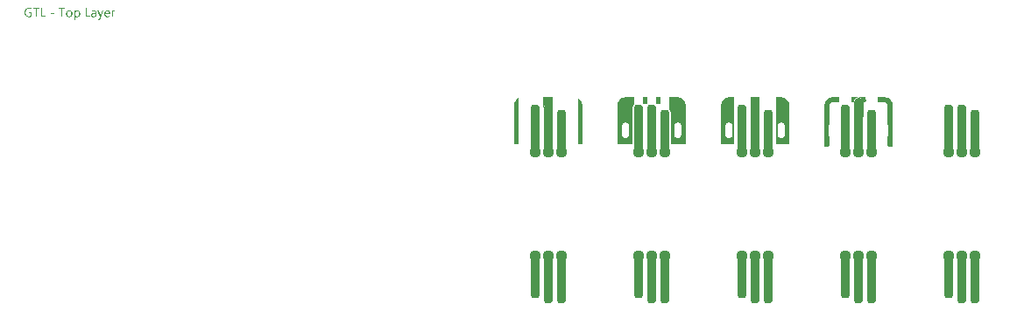
<source format=gtl>
G04*
G04 #@! TF.GenerationSoftware,Altium Limited,Altium Designer,22.2.1 (43)*
G04*
G04 Layer_Physical_Order=1*
G04 Layer_Color=255*
%FSLAX44Y44*%
%MOMM*%
G71*
G04*
G04 #@! TF.SameCoordinates,D623FA85-85CE-4992-9740-CC304F3E23A8*
G04*
G04*
G04 #@! TF.FilePolarity,Positive*
G04*
G01*
G75*
G04:AMPARAMS|DCode=13|XSize=0.9mm|YSize=4.8mm|CornerRadius=0.351mm|HoleSize=0mm|Usage=FLASHONLY|Rotation=0.000|XOffset=0mm|YOffset=0mm|HoleType=Round|Shape=RoundedRectangle|*
%AMROUNDEDRECTD13*
21,1,0.9000,4.0980,0,0,0.0*
21,1,0.1980,4.8000,0,0,0.0*
1,1,0.7020,0.0990,-2.0490*
1,1,0.7020,-0.0990,-2.0490*
1,1,0.7020,-0.0990,2.0490*
1,1,0.7020,0.0990,2.0490*
%
%ADD13ROUNDEDRECTD13*%
G04:AMPARAMS|DCode=14|XSize=0.9mm|YSize=4.3mm|CornerRadius=0.351mm|HoleSize=0mm|Usage=FLASHONLY|Rotation=0.000|XOffset=0mm|YOffset=0mm|HoleType=Round|Shape=RoundedRectangle|*
%AMROUNDEDRECTD14*
21,1,0.9000,3.5980,0,0,0.0*
21,1,0.1980,4.3000,0,0,0.0*
1,1,0.7020,0.0990,-1.7990*
1,1,0.7020,-0.0990,-1.7990*
1,1,0.7020,-0.0990,1.7990*
1,1,0.7020,0.0990,1.7990*
%
%ADD14ROUNDEDRECTD14*%
%ADD15C,1.1100*%
%ADD17C,0.9000*%
%ADD18C,0.6000*%
G36*
X505583Y195656D02*
X505552Y195198D01*
X505552Y187198D01*
X505583Y186740D01*
X505583Y177620D01*
X501314Y177620D01*
X501314Y215172D01*
X501314Y215175D01*
X501314Y215182D01*
X501314Y215188D01*
X501314Y215195D01*
X501314Y215198D01*
X501314Y215198D01*
X501352Y215982D01*
X501658Y217519D01*
X502258Y218967D01*
X503129Y220271D01*
X504237Y221379D01*
X505541Y222250D01*
X505583Y222267D01*
X505583Y195656D01*
X505583Y195656D02*
G37*
G36*
X562979Y222250D02*
X564283Y221379D01*
X565391Y220271D01*
X566262Y218967D01*
X566862Y217519D01*
X567168Y215982D01*
X567206Y215198D01*
X567206Y215195D01*
X567206Y215190D01*
X567206Y215184D01*
X567206Y215178D01*
X567206Y215175D01*
X567206Y215175D01*
X567206Y177620D01*
X562938Y177620D01*
X562938Y186740D01*
X562967Y187198D01*
X562967Y195198D01*
X562938Y195656D01*
X562938Y222267D01*
X562979Y222250D01*
X562979Y222250D02*
G37*
G36*
X538794Y223194D02*
X538794Y177620D01*
X538768Y177620D01*
X538768Y212688D01*
X538737Y213147D01*
X538648Y213598D01*
X538500Y214034D01*
X538296Y214447D01*
X538041Y214829D01*
X537737Y215175D01*
X537391Y215479D01*
X537009Y215734D01*
X536596Y215938D01*
X536160Y216086D01*
X535709Y216175D01*
X535250Y216206D01*
X533270Y216206D01*
X532811Y216175D01*
X532360Y216086D01*
X531924Y215938D01*
X531511Y215734D01*
X531129Y215479D01*
X530783Y215175D01*
X530479Y214829D01*
X530224Y214447D01*
X530020Y214034D01*
X529872Y213598D01*
X529783Y213147D01*
X529772Y212989D01*
X529772Y223194D01*
X538794Y223194D01*
X538794Y223194D02*
G37*
G36*
X617010Y216688D02*
X616995Y216688D01*
X616995Y216056D01*
X616725Y215754D01*
X616406Y215304D01*
X616139Y214822D01*
X615928Y214312D01*
X615776Y213782D01*
X615683Y213239D01*
X615652Y212688D01*
X615652Y177620D01*
X601314Y177620D01*
X601314Y215175D01*
X601314Y215178D01*
X601314Y215198D01*
X601314Y215198D01*
X601352Y215980D01*
X601657Y217515D01*
X602254Y218960D01*
X603122Y220262D01*
X604226Y221370D01*
X605526Y222242D01*
X606969Y222844D01*
X608318Y223116D01*
X609113Y223180D01*
X609310Y223194D01*
X609310Y223194D01*
X617010Y223194D01*
X617010Y216688D01*
X617010Y216688D02*
G37*
G36*
X629710Y216688D02*
X626010Y216688D01*
X626010Y223194D01*
X629710Y223194D01*
X629710Y216688D01*
X629710Y216688D02*
G37*
G36*
X659233Y223194D02*
X660015Y223153D01*
X661549Y222844D01*
X662993Y222243D01*
X664293Y221371D01*
X665397Y220263D01*
X666265Y218961D01*
X666863Y217515D01*
X667143Y216106D01*
X667206Y215177D01*
X667206Y214198D01*
X667206Y177620D01*
X652868Y177620D01*
X652868Y207688D01*
X652837Y208239D01*
X652745Y208782D01*
X652592Y209312D01*
X652381Y209822D01*
X652114Y210304D01*
X651795Y210754D01*
X651510Y211073D01*
X651510Y223194D01*
X659225Y223194D01*
X659233Y223194D01*
X659233Y223194D02*
G37*
G36*
X642510Y216688D02*
X638710Y216688D01*
X638710Y223194D01*
X642510Y223194D01*
X642510Y216688D01*
X642510Y216688D02*
G37*
G36*
X738500Y223194D02*
X738500Y203178D01*
X738481Y203159D01*
X737500Y202758D01*
X737382Y202863D01*
X736924Y203188D01*
X736433Y203460D01*
X735914Y203675D01*
X735374Y203830D01*
X735260Y203850D01*
X735260Y198948D01*
X735260Y194046D01*
X735374Y194066D01*
X735914Y194221D01*
X736433Y194436D01*
X736924Y194708D01*
X737382Y195033D01*
X737500Y195138D01*
X738481Y194737D01*
X738500Y194718D01*
X738500Y177620D01*
X735682Y177620D01*
X735001Y177721D01*
X734260Y177757D01*
X733519Y177721D01*
X732839Y177620D01*
X730020Y177620D01*
X730020Y194718D01*
X730039Y194737D01*
X731020Y195138D01*
X731138Y195033D01*
X731596Y194708D01*
X732087Y194436D01*
X732606Y194221D01*
X733146Y194066D01*
X733260Y194046D01*
X733260Y198948D01*
X733260Y203850D01*
X733146Y203830D01*
X732606Y203675D01*
X732087Y203460D01*
X731596Y203188D01*
X731138Y202863D01*
X731020Y202758D01*
X730039Y203159D01*
X730020Y203178D01*
X730020Y223194D01*
X738500Y223194D01*
X738500Y223194D02*
G37*
G36*
X713711Y223194D02*
X713711Y177620D01*
X701314Y177620D01*
X701314Y214198D01*
X701314Y215198D01*
X701388Y216159D01*
X701657Y217515D01*
X702255Y218962D01*
X703123Y220264D01*
X704228Y221372D01*
X705528Y222243D01*
X706972Y222845D01*
X708506Y223154D01*
X709289Y223194D01*
X709289Y223194D01*
X713711Y223194D01*
X713711Y223194D02*
G37*
G36*
X758273Y223194D02*
X759254Y223192D01*
X760248Y223106D01*
X761546Y222845D01*
X762991Y222244D01*
X764291Y221372D01*
X765396Y220264D01*
X766265Y218962D01*
X766863Y217516D01*
X767135Y216146D01*
X767206Y215177D01*
X767206Y214198D01*
X767206Y177620D01*
X754809Y177620D01*
X754809Y223194D01*
X758273Y223194D01*
X758273Y223194D02*
G37*
G36*
X815749Y223194D02*
X815753Y223184D01*
X815775Y222118D01*
X815800Y220924D01*
X815800Y220924D01*
X815595Y219681D01*
X815429Y219280D01*
X814724Y218575D01*
X813804Y218194D01*
X809060Y218194D01*
X809060Y218194D01*
X809052Y218194D01*
X809052Y218194D01*
X808468Y218135D01*
X807391Y217686D01*
X806567Y216860D01*
X806121Y215781D01*
X806064Y215198D01*
X806064Y197014D01*
X805763Y196564D01*
X805491Y195198D01*
X805491Y187198D01*
X805763Y185832D01*
X806064Y185382D01*
X806064Y177122D01*
X805683Y176201D01*
X804978Y175497D01*
X804058Y175116D01*
X803062Y175116D01*
X802142Y175497D01*
X801437Y176201D01*
X801314Y176500D01*
X801314Y215175D01*
X801314Y215178D01*
X801314Y215198D01*
X801314Y215198D01*
X801352Y215982D01*
X801658Y217519D01*
X802258Y218967D01*
X803129Y220271D01*
X804237Y221379D01*
X805541Y222250D01*
X806989Y222850D01*
X808526Y223156D01*
X809310Y223194D01*
X809310Y223194D01*
X815749Y223194D01*
X815749Y223194D02*
G37*
G36*
X859210Y223194D02*
X859994Y223156D01*
X861531Y222850D01*
X862979Y222250D01*
X864283Y221379D01*
X865391Y220271D01*
X866262Y218967D01*
X866862Y217519D01*
X867168Y215982D01*
X867206Y215198D01*
X867206Y215195D01*
X867206Y215188D01*
X867206Y215182D01*
X867206Y215175D01*
X867206Y215172D01*
X867206Y176500D01*
X867083Y176201D01*
X866378Y175497D01*
X865458Y175116D01*
X864462Y175116D01*
X863542Y175497D01*
X862837Y176201D01*
X862456Y177122D01*
X862456Y177620D01*
X862456Y185382D01*
X862757Y185832D01*
X863029Y187198D01*
X863029Y195198D01*
X862757Y196564D01*
X862456Y197014D01*
X862456Y215198D01*
X862399Y215781D01*
X861953Y216860D01*
X861129Y217686D01*
X860052Y218135D01*
X859468Y218194D01*
X859468Y218194D01*
X859460Y218194D01*
X859460Y218194D01*
X854716Y218194D01*
X853795Y218575D01*
X853091Y219280D01*
X852710Y220200D01*
X852710Y220698D01*
X852710Y220726D01*
X852711Y220783D01*
X852714Y220839D01*
X852718Y220896D01*
X852720Y220924D01*
X852767Y223174D01*
X852767Y223184D01*
X852771Y223194D01*
X859210Y223194D01*
X859210Y223194D02*
G37*
G36*
X841269Y223194D02*
X841273Y223184D01*
X841273Y223174D01*
X841273Y223174D01*
X841308Y221518D01*
X841342Y221420D01*
X841394Y221217D01*
X841428Y221011D01*
X841446Y220802D01*
X841446Y220698D01*
X841446Y220698D01*
X841446Y220200D01*
X841065Y219280D01*
X840360Y218575D01*
X839440Y218194D01*
X838942Y218194D01*
X838848Y218194D01*
X838848Y218698D01*
X838499Y220454D01*
X837504Y221942D01*
X836016Y222937D01*
X834722Y223194D01*
X841269Y223194D01*
X841269Y223194D02*
G37*
G36*
X833798Y223194D02*
X832504Y222937D01*
X831016Y221942D01*
X830021Y220454D01*
X829672Y218698D01*
X829672Y218194D01*
X829132Y218194D01*
X828137Y218651D01*
X827423Y219481D01*
X827121Y220532D01*
X827203Y221073D01*
X827203Y221073D01*
X827247Y223174D01*
X827247Y223184D01*
X827251Y223194D01*
X833798Y223194D01*
X833798Y223194D02*
G37*
G36*
X32874Y309992D02*
X33000Y309984D01*
X33149Y309976D01*
X33306Y309961D01*
X33486Y309937D01*
X33675Y309914D01*
X33871Y309882D01*
X34075Y309843D01*
X34279Y309796D01*
X34483Y309741D01*
X34687Y309678D01*
X34891Y309608D01*
X35080Y309521D01*
X35080Y308368D01*
X35064Y308375D01*
X35032Y308399D01*
X34970Y308430D01*
X34891Y308477D01*
X34781Y308524D01*
X34656Y308587D01*
X34514Y308642D01*
X34350Y308713D01*
X34177Y308776D01*
X33981Y308838D01*
X33769Y308893D01*
X33541Y308940D01*
X33298Y308988D01*
X33047Y309019D01*
X32788Y309042D01*
X32513Y309050D01*
X32450Y309050D01*
X32372Y309042D01*
X32262Y309035D01*
X32136Y309019D01*
X31987Y308995D01*
X31822Y308964D01*
X31642Y308925D01*
X31453Y308870D01*
X31257Y308799D01*
X31053Y308713D01*
X30841Y308611D01*
X30637Y308493D01*
X30441Y308360D01*
X30245Y308195D01*
X30056Y308014D01*
X30048Y308006D01*
X30017Y307967D01*
X29970Y307912D01*
X29907Y307826D01*
X29837Y307724D01*
X29750Y307606D01*
X29664Y307457D01*
X29578Y307292D01*
X29491Y307112D01*
X29405Y306908D01*
X29319Y306688D01*
X29248Y306452D01*
X29185Y306201D01*
X29138Y305934D01*
X29107Y305644D01*
X29099Y305346D01*
X29099Y305338D01*
X29099Y305330D01*
X29099Y305306D01*
X29099Y305275D01*
X29099Y305228D01*
X29107Y305181D01*
X29114Y305063D01*
X29122Y304922D01*
X29146Y304757D01*
X29169Y304577D01*
X29209Y304380D01*
X29256Y304168D01*
X29319Y303949D01*
X29389Y303729D01*
X29476Y303501D01*
X29578Y303282D01*
X29695Y303070D01*
X29829Y302866D01*
X29986Y302677D01*
X29994Y302669D01*
X30025Y302638D01*
X30080Y302591D01*
X30150Y302528D01*
X30237Y302458D01*
X30347Y302371D01*
X30472Y302285D01*
X30622Y302199D01*
X30786Y302104D01*
X30967Y302018D01*
X31163Y301940D01*
X31383Y301861D01*
X31610Y301798D01*
X31862Y301751D01*
X32120Y301720D01*
X32403Y301712D01*
X32505Y301712D01*
X32576Y301720D01*
X32670Y301728D01*
X32772Y301735D01*
X32890Y301743D01*
X33023Y301767D01*
X33157Y301782D01*
X33306Y301814D01*
X33604Y301884D01*
X33761Y301932D01*
X33910Y301994D01*
X34059Y302057D01*
X34208Y302128D01*
X34208Y304632D01*
X32254Y304632D01*
X32254Y305581D01*
X35260Y305581D01*
X35260Y301531D01*
X35244Y301523D01*
X35197Y301500D01*
X35127Y301461D01*
X35024Y301414D01*
X34899Y301359D01*
X34750Y301296D01*
X34577Y301225D01*
X34381Y301155D01*
X34169Y301084D01*
X33934Y301013D01*
X33690Y300951D01*
X33431Y300896D01*
X33157Y300849D01*
X32866Y300809D01*
X32576Y300786D01*
X32270Y300778D01*
X32183Y300778D01*
X32144Y300786D01*
X32089Y300786D01*
X32026Y300794D01*
X31956Y300794D01*
X31791Y300817D01*
X31602Y300841D01*
X31398Y300880D01*
X31171Y300935D01*
X30928Y300998D01*
X30676Y301076D01*
X30417Y301178D01*
X30158Y301296D01*
X29899Y301437D01*
X29648Y301602D01*
X29405Y301790D01*
X29177Y302002D01*
X29162Y302018D01*
X29130Y302057D01*
X29067Y302128D01*
X28997Y302230D01*
X28903Y302348D01*
X28808Y302497D01*
X28698Y302677D01*
X28589Y302873D01*
X28479Y303093D01*
X28369Y303344D01*
X28275Y303611D01*
X28180Y303902D01*
X28110Y304208D01*
X28047Y304545D01*
X28016Y304898D01*
X28000Y305267D01*
X28000Y305275D01*
X28000Y305291D01*
X28000Y305322D01*
X28000Y305361D01*
X28008Y305409D01*
X28008Y305471D01*
X28016Y305534D01*
X28024Y305613D01*
X28031Y305699D01*
X28039Y305785D01*
X28071Y305989D01*
X28110Y306225D01*
X28165Y306468D01*
X28235Y306735D01*
X28322Y307010D01*
X28424Y307292D01*
X28549Y307575D01*
X28706Y307857D01*
X28879Y308140D01*
X29083Y308407D01*
X29311Y308666D01*
X29326Y308681D01*
X29374Y308721D01*
X29444Y308791D01*
X29546Y308878D01*
X29680Y308972D01*
X29829Y309090D01*
X30009Y309207D01*
X30221Y309333D01*
X30449Y309458D01*
X30700Y309576D01*
X30967Y309694D01*
X31265Y309788D01*
X31579Y309874D01*
X31909Y309945D01*
X32262Y309984D01*
X32631Y310000D01*
X32772Y310000D01*
X32874Y309992D01*
X32874Y309992D02*
G37*
G36*
X79463Y307441D02*
X79550Y307433D01*
X79652Y307426D01*
X79769Y307402D01*
X79903Y307379D01*
X80052Y307339D01*
X80201Y307292D01*
X80358Y307237D01*
X80515Y307167D01*
X80680Y307088D01*
X80837Y306986D01*
X80986Y306868D01*
X81135Y306735D01*
X81269Y306586D01*
X81276Y306578D01*
X81300Y306547D01*
X81331Y306500D01*
X81378Y306429D01*
X81425Y306343D01*
X81488Y306241D01*
X81551Y306115D01*
X81614Y305982D01*
X81677Y305825D01*
X81739Y305652D01*
X81802Y305464D01*
X81849Y305259D01*
X81896Y305040D01*
X81928Y304804D01*
X81951Y304553D01*
X81959Y304294D01*
X81959Y304286D01*
X81959Y304278D01*
X81959Y304255D01*
X81959Y304223D01*
X81951Y304137D01*
X81943Y304027D01*
X81936Y303894D01*
X81920Y303737D01*
X81896Y303564D01*
X81865Y303376D01*
X81818Y303180D01*
X81771Y302968D01*
X81708Y302756D01*
X81629Y302544D01*
X81543Y302332D01*
X81441Y302120D01*
X81316Y301924D01*
X81182Y301735D01*
X81174Y301728D01*
X81143Y301696D01*
X81104Y301649D01*
X81041Y301586D01*
X80962Y301516D01*
X80868Y301429D01*
X80751Y301343D01*
X80625Y301257D01*
X80484Y301170D01*
X80319Y301084D01*
X80146Y300998D01*
X79958Y300927D01*
X79754Y300864D01*
X79534Y300817D01*
X79299Y300786D01*
X79055Y300778D01*
X79000Y300778D01*
X78937Y300786D01*
X78851Y300794D01*
X78749Y300809D01*
X78631Y300833D01*
X78498Y300864D01*
X78349Y300911D01*
X78200Y300966D01*
X78043Y301037D01*
X77886Y301123D01*
X77721Y301225D01*
X77564Y301351D01*
X77415Y301492D01*
X77274Y301657D01*
X77140Y301845D01*
X77117Y301845D01*
X77117Y297999D01*
X76096Y297999D01*
X76096Y307300D01*
X77117Y307300D01*
X77117Y306178D01*
X77140Y306178D01*
X77148Y306193D01*
X77179Y306233D01*
X77219Y306296D01*
X77281Y306374D01*
X77360Y306476D01*
X77454Y306578D01*
X77572Y306696D01*
X77697Y306814D01*
X77846Y306931D01*
X78011Y307049D01*
X78192Y307151D01*
X78388Y307253D01*
X78600Y307332D01*
X78835Y307394D01*
X79079Y307433D01*
X79346Y307449D01*
X79401Y307449D01*
X79463Y307441D01*
X79463Y307441D02*
G37*
G36*
X115253Y307402D02*
X115339Y307402D01*
X115433Y307386D01*
X115535Y307371D01*
X115638Y307355D01*
X115724Y307324D01*
X115724Y306264D01*
X115708Y306272D01*
X115677Y306296D01*
X115614Y306327D01*
X115528Y306366D01*
X115410Y306405D01*
X115284Y306437D01*
X115127Y306460D01*
X114947Y306468D01*
X114884Y306468D01*
X114837Y306460D01*
X114782Y306452D01*
X114719Y306437D01*
X114570Y306390D01*
X114484Y306358D01*
X114397Y306319D01*
X114303Y306264D01*
X114209Y306209D01*
X114123Y306138D01*
X114029Y306052D01*
X113942Y305958D01*
X113856Y305848D01*
X113848Y305840D01*
X113840Y305817D01*
X113817Y305785D01*
X113785Y305738D01*
X113754Y305675D01*
X113715Y305597D01*
X113675Y305511D01*
X113636Y305409D01*
X113597Y305299D01*
X113558Y305173D01*
X113518Y305032D01*
X113487Y304883D01*
X113456Y304718D01*
X113432Y304545D01*
X113424Y304365D01*
X113416Y304168D01*
X113416Y300927D01*
X112396Y300927D01*
X112396Y307300D01*
X113416Y307300D01*
X113416Y305982D01*
X113440Y305982D01*
X113440Y305989D01*
X113448Y306013D01*
X113463Y306044D01*
X113479Y306091D01*
X113503Y306146D01*
X113534Y306217D01*
X113605Y306366D01*
X113699Y306539D01*
X113817Y306711D01*
X113950Y306876D01*
X114107Y307033D01*
X114115Y307041D01*
X114131Y307049D01*
X114154Y307065D01*
X114185Y307096D01*
X114225Y307120D01*
X114280Y307151D01*
X114397Y307222D01*
X114546Y307292D01*
X114719Y307355D01*
X114908Y307394D01*
X115010Y307402D01*
X115112Y307410D01*
X115174Y307410D01*
X115253Y307402D01*
X115253Y307402D02*
G37*
G36*
X56624Y304074D02*
X53225Y304074D01*
X53225Y304875D01*
X56624Y304875D01*
X56624Y304074D01*
X56624Y304074D02*
G37*
G36*
X101706Y299907D02*
X101706Y299899D01*
X101698Y299883D01*
X101683Y299860D01*
X101667Y299820D01*
X101651Y299773D01*
X101628Y299726D01*
X101565Y299601D01*
X101479Y299452D01*
X101384Y299279D01*
X101267Y299106D01*
X101133Y298918D01*
X100984Y298737D01*
X100819Y298557D01*
X100639Y298384D01*
X100443Y298235D01*
X100231Y298109D01*
X100121Y298062D01*
X100003Y298015D01*
X99885Y297976D01*
X99760Y297952D01*
X99634Y297937D01*
X99501Y297929D01*
X99438Y297929D01*
X99360Y297937D01*
X99265Y297937D01*
X99163Y297952D01*
X99053Y297968D01*
X98936Y297984D01*
X98834Y298015D01*
X98834Y298926D01*
X98849Y298918D01*
X98889Y298910D01*
X98951Y298894D01*
X99030Y298871D01*
X99124Y298847D01*
X99226Y298831D01*
X99336Y298824D01*
X99438Y298816D01*
X99469Y298816D01*
X99509Y298824D01*
X99564Y298831D01*
X99626Y298847D01*
X99705Y298863D01*
X99783Y298894D01*
X99878Y298934D01*
X99964Y298981D01*
X100066Y299043D01*
X100160Y299114D01*
X100254Y299200D01*
X100348Y299310D01*
X100443Y299428D01*
X100521Y299569D01*
X100600Y299734D01*
X101110Y300935D01*
X98622Y307300D01*
X99752Y307300D01*
X101479Y302395D01*
X101479Y302387D01*
X101487Y302371D01*
X101494Y302348D01*
X101510Y302300D01*
X101526Y302238D01*
X101541Y302151D01*
X101573Y302041D01*
X101604Y301908D01*
X101643Y301908D01*
X101643Y301916D01*
X101651Y301940D01*
X101659Y301971D01*
X101675Y302026D01*
X101691Y302089D01*
X101706Y302167D01*
X101738Y302269D01*
X101769Y302379D01*
X103582Y307300D01*
X104634Y307300D01*
X101706Y299907D01*
X101706Y299907D02*
G37*
G36*
X95490Y307441D02*
X95545Y307441D01*
X95600Y307433D01*
X95671Y307426D01*
X95749Y307410D01*
X95914Y307379D01*
X96110Y307324D01*
X96306Y307253D01*
X96518Y307151D01*
X96730Y307025D01*
X96832Y306955D01*
X96934Y306868D01*
X97029Y306774D01*
X97123Y306680D01*
X97209Y306570D01*
X97288Y306445D01*
X97366Y306319D01*
X97437Y306178D01*
X97492Y306021D01*
X97547Y305856D01*
X97586Y305683D01*
X97617Y305487D01*
X97633Y305291D01*
X97641Y305071D01*
X97641Y300927D01*
X96620Y300927D01*
X96620Y301916D01*
X96597Y301916D01*
X96589Y301900D01*
X96565Y301869D01*
X96526Y301814D01*
X96471Y301735D01*
X96401Y301649D01*
X96314Y301555D01*
X96220Y301453D01*
X96102Y301351D01*
X95969Y301241D01*
X95828Y301139D01*
X95663Y301045D01*
X95490Y300958D01*
X95294Y300880D01*
X95090Y300825D01*
X94870Y300794D01*
X94635Y300778D01*
X94541Y300778D01*
X94478Y300786D01*
X94399Y300794D01*
X94305Y300801D01*
X94203Y300817D01*
X94093Y300841D01*
X93850Y300903D01*
X93732Y300943D01*
X93607Y300990D01*
X93481Y301045D01*
X93363Y301115D01*
X93253Y301194D01*
X93143Y301280D01*
X93136Y301288D01*
X93120Y301304D01*
X93096Y301335D01*
X93057Y301374D01*
X93018Y301422D01*
X92979Y301484D01*
X92924Y301555D01*
X92877Y301633D01*
X92830Y301728D01*
X92782Y301830D01*
X92735Y301940D01*
X92696Y302057D01*
X92657Y302183D01*
X92633Y302316D01*
X92618Y302465D01*
X92610Y302614D01*
X92610Y302622D01*
X92610Y302638D01*
X92610Y302661D01*
X92618Y302693D01*
X92618Y302732D01*
X92625Y302779D01*
X92641Y302897D01*
X92673Y303038D01*
X92720Y303195D01*
X92782Y303368D01*
X92877Y303548D01*
X92986Y303729D01*
X93120Y303909D01*
X93206Y303996D01*
X93293Y304082D01*
X93395Y304168D01*
X93497Y304247D01*
X93614Y304326D01*
X93740Y304396D01*
X93873Y304459D01*
X94022Y304522D01*
X94179Y304577D01*
X94344Y304624D01*
X94525Y304663D01*
X94713Y304694D01*
X96620Y304961D01*
X96620Y304969D01*
X96620Y304977D01*
X96620Y305000D01*
X96620Y305032D01*
X96613Y305110D01*
X96597Y305212D01*
X96581Y305338D01*
X96550Y305479D01*
X96510Y305620D01*
X96455Y305777D01*
X96385Y305927D01*
X96299Y306076D01*
X96196Y306209D01*
X96071Y306335D01*
X95914Y306437D01*
X95741Y306515D01*
X95647Y306547D01*
X95537Y306570D01*
X95427Y306578D01*
X95310Y306586D01*
X95255Y306586D01*
X95200Y306578D01*
X95113Y306570D01*
X95011Y306562D01*
X94894Y306547D01*
X94760Y306523D01*
X94619Y306492D01*
X94462Y306445D01*
X94297Y306397D01*
X94124Y306335D01*
X93944Y306256D01*
X93763Y306162D01*
X93583Y306060D01*
X93402Y305942D01*
X93230Y305801D01*
X93230Y306845D01*
X93238Y306853D01*
X93269Y306868D01*
X93324Y306900D01*
X93395Y306939D01*
X93489Y306986D01*
X93591Y307033D01*
X93716Y307088D01*
X93858Y307151D01*
X94007Y307206D01*
X94172Y307261D01*
X94352Y307308D01*
X94541Y307355D01*
X94745Y307394D01*
X94949Y307426D01*
X95168Y307441D01*
X95396Y307449D01*
X95451Y307449D01*
X95490Y307441D01*
X95490Y307441D02*
G37*
G36*
X88269Y301869D02*
X91856Y301869D01*
X91856Y300927D01*
X87226Y300927D01*
X87226Y309851D01*
X88269Y309851D01*
X88269Y301869D01*
X88269Y301869D02*
G37*
G36*
X67361Y308901D02*
X64786Y308901D01*
X64786Y300927D01*
X63742Y300927D01*
X63742Y308901D01*
X61168Y308901D01*
X61168Y309851D01*
X67361Y309851D01*
X67361Y308901D01*
X67361Y308901D02*
G37*
G36*
X45055Y301869D02*
X48642Y301869D01*
X48642Y300927D01*
X44011Y300927D01*
X44011Y309851D01*
X45055Y309851D01*
X45055Y301869D01*
X45055Y301869D02*
G37*
G36*
X42606Y308901D02*
X40032Y308901D01*
X40032Y300927D01*
X38988Y300927D01*
X38988Y308901D01*
X36414Y308901D01*
X36414Y309851D01*
X42606Y309851D01*
X42606Y308901D01*
X42606Y308901D02*
G37*
G36*
X108354Y307441D02*
X108440Y307433D01*
X108550Y307426D01*
X108668Y307410D01*
X108801Y307379D01*
X108943Y307347D01*
X109100Y307308D01*
X109257Y307253D01*
X109413Y307182D01*
X109578Y307104D01*
X109735Y307010D01*
X109885Y306900D01*
X110034Y306774D01*
X110167Y306633D01*
X110175Y306625D01*
X110198Y306594D01*
X110230Y306547D01*
X110277Y306484D01*
X110324Y306405D01*
X110387Y306303D01*
X110450Y306186D01*
X110512Y306052D01*
X110575Y305895D01*
X110638Y305730D01*
X110701Y305542D01*
X110748Y305346D01*
X110795Y305126D01*
X110826Y304898D01*
X110850Y304647D01*
X110858Y304388D01*
X110858Y303855D01*
X106353Y303855D01*
X106353Y303839D01*
X106353Y303807D01*
X106360Y303752D01*
X106368Y303682D01*
X106376Y303588D01*
X106392Y303486D01*
X106407Y303376D01*
X106439Y303250D01*
X106510Y302983D01*
X106557Y302850D01*
X106612Y302709D01*
X106674Y302575D01*
X106745Y302442D01*
X106831Y302324D01*
X106925Y302206D01*
X106933Y302199D01*
X106949Y302183D01*
X106980Y302151D01*
X107028Y302120D01*
X107083Y302073D01*
X107153Y302026D01*
X107232Y301971D01*
X107318Y301924D01*
X107420Y301869D01*
X107538Y301814D01*
X107655Y301767D01*
X107797Y301720D01*
X107938Y301688D01*
X108095Y301657D01*
X108260Y301641D01*
X108433Y301633D01*
X108480Y301633D01*
X108534Y301641D01*
X108613Y301641D01*
X108707Y301657D01*
X108817Y301673D01*
X108943Y301696D01*
X109084Y301720D01*
X109233Y301759D01*
X109390Y301806D01*
X109555Y301861D01*
X109720Y301932D01*
X109892Y302010D01*
X110065Y302104D01*
X110238Y302214D01*
X110410Y302340D01*
X110410Y301382D01*
X110402Y301374D01*
X110371Y301359D01*
X110324Y301327D01*
X110261Y301288D01*
X110175Y301241D01*
X110073Y301194D01*
X109955Y301139D01*
X109822Y301084D01*
X109665Y301021D01*
X109500Y300966D01*
X109319Y300919D01*
X109123Y300872D01*
X108911Y300833D01*
X108684Y300801D01*
X108440Y300786D01*
X108189Y300778D01*
X108126Y300778D01*
X108064Y300786D01*
X107969Y300794D01*
X107852Y300801D01*
X107718Y300825D01*
X107577Y300849D01*
X107420Y300888D01*
X107255Y300935D01*
X107083Y300990D01*
X106902Y301060D01*
X106729Y301139D01*
X106549Y301241D01*
X106384Y301359D01*
X106219Y301492D01*
X106070Y301641D01*
X106062Y301649D01*
X106039Y301681D01*
X105999Y301735D01*
X105952Y301806D01*
X105890Y301892D01*
X105827Y302002D01*
X105756Y302128D01*
X105686Y302277D01*
X105615Y302434D01*
X105544Y302622D01*
X105481Y302819D01*
X105419Y303038D01*
X105372Y303274D01*
X105332Y303525D01*
X105309Y303800D01*
X105301Y304082D01*
X105301Y304090D01*
X105301Y304098D01*
X105301Y304121D01*
X105301Y304145D01*
X105309Y304223D01*
X105317Y304333D01*
X105324Y304459D01*
X105348Y304600D01*
X105372Y304765D01*
X105403Y304946D01*
X105450Y305134D01*
X105505Y305330D01*
X105576Y305534D01*
X105654Y305738D01*
X105748Y305934D01*
X105866Y306138D01*
X105992Y306327D01*
X106141Y306507D01*
X106149Y306515D01*
X106180Y306547D01*
X106227Y306594D01*
X106290Y306656D01*
X106376Y306727D01*
X106478Y306806D01*
X106588Y306892D01*
X106721Y306978D01*
X106863Y307065D01*
X107028Y307151D01*
X107200Y307229D01*
X107381Y307300D01*
X107577Y307363D01*
X107789Y307410D01*
X108009Y307441D01*
X108236Y307449D01*
X108291Y307449D01*
X108354Y307441D01*
X108354Y307441D02*
G37*
G36*
X71575Y307441D02*
X71677Y307433D01*
X71795Y307426D01*
X71936Y307402D01*
X72086Y307379D01*
X72250Y307339D01*
X72431Y307292D01*
X72611Y307237D01*
X72792Y307167D01*
X72980Y307080D01*
X73161Y306978D01*
X73341Y306861D01*
X73506Y306727D01*
X73663Y306570D01*
X73671Y306562D01*
X73695Y306531D01*
X73734Y306476D01*
X73789Y306405D01*
X73851Y306319D01*
X73914Y306209D01*
X73993Y306084D01*
X74064Y305934D01*
X74142Y305770D01*
X74213Y305589D01*
X74275Y305393D01*
X74338Y305173D01*
X74393Y304938D01*
X74432Y304687D01*
X74456Y304420D01*
X74464Y304137D01*
X74464Y304129D01*
X74464Y304121D01*
X74464Y304098D01*
X74464Y304066D01*
X74456Y303988D01*
X74448Y303886D01*
X74440Y303752D01*
X74417Y303603D01*
X74393Y303439D01*
X74354Y303258D01*
X74307Y303070D01*
X74252Y302866D01*
X74181Y302661D01*
X74103Y302458D01*
X74001Y302253D01*
X73883Y302057D01*
X73749Y301869D01*
X73600Y301688D01*
X73593Y301681D01*
X73561Y301649D01*
X73514Y301602D01*
X73443Y301547D01*
X73357Y301476D01*
X73255Y301398D01*
X73130Y301319D01*
X72988Y301233D01*
X72831Y301147D01*
X72659Y301068D01*
X72470Y300990D01*
X72266Y300919D01*
X72038Y300864D01*
X71803Y300817D01*
X71560Y300786D01*
X71293Y300778D01*
X71230Y300778D01*
X71160Y300786D01*
X71057Y300794D01*
X70940Y300801D01*
X70798Y300825D01*
X70649Y300849D01*
X70484Y300888D01*
X70304Y300935D01*
X70124Y300998D01*
X69935Y301068D01*
X69747Y301155D01*
X69558Y301257D01*
X69370Y301374D01*
X69197Y301508D01*
X69033Y301665D01*
X69025Y301673D01*
X68993Y301704D01*
X68954Y301759D01*
X68899Y301830D01*
X68836Y301916D01*
X68766Y302026D01*
X68695Y302151D01*
X68616Y302300D01*
X68538Y302458D01*
X68460Y302638D01*
X68389Y302834D01*
X68326Y303046D01*
X68271Y303266D01*
X68232Y303509D01*
X68200Y303768D01*
X68193Y304035D01*
X68193Y304043D01*
X68193Y304051D01*
X68193Y304074D01*
X68193Y304106D01*
X68200Y304192D01*
X68208Y304302D01*
X68216Y304435D01*
X68240Y304592D01*
X68263Y304765D01*
X68303Y304953D01*
X68350Y305150D01*
X68405Y305354D01*
X68475Y305565D01*
X68562Y305777D01*
X68664Y305982D01*
X68773Y306178D01*
X68907Y306366D01*
X69064Y306547D01*
X69072Y306555D01*
X69103Y306586D01*
X69158Y306633D01*
X69229Y306688D01*
X69315Y306758D01*
X69425Y306829D01*
X69550Y306915D01*
X69692Y307002D01*
X69849Y307080D01*
X70029Y307167D01*
X70226Y307237D01*
X70437Y307308D01*
X70665Y307363D01*
X70908Y307410D01*
X71167Y307441D01*
X71442Y307449D01*
X71505Y307449D01*
X71575Y307441D01*
X71575Y307441D02*
G37*
%LPC*%
G36*
X609060Y198706D02*
X608602Y198675D01*
X608152Y198586D01*
X607718Y198438D01*
X607306Y198236D01*
X606925Y197981D01*
X606580Y197678D01*
X606277Y197333D01*
X606022Y196952D01*
X605820Y196540D01*
X605672Y196106D01*
X605583Y195656D01*
X605552Y195198D01*
X605552Y187198D01*
X605583Y186740D01*
X605672Y186290D01*
X605820Y185856D01*
X606022Y185444D01*
X606277Y185063D01*
X606580Y184718D01*
X606925Y184415D01*
X607306Y184160D01*
X607718Y183958D01*
X608152Y183810D01*
X608602Y183720D01*
X609060Y183690D01*
X609518Y183720D01*
X609968Y183810D01*
X610402Y183958D01*
X610814Y184160D01*
X611195Y184415D01*
X611540Y184718D01*
X611843Y185063D01*
X612098Y185444D01*
X612300Y185856D01*
X612448Y186290D01*
X612537Y186740D01*
X612567Y187198D01*
X612567Y195198D01*
X612537Y195656D01*
X612448Y196106D01*
X612300Y196540D01*
X612098Y196952D01*
X611843Y197333D01*
X611540Y197678D01*
X611195Y197981D01*
X610814Y198236D01*
X610402Y198438D01*
X609968Y198586D01*
X609518Y198675D01*
X609060Y198706D01*
X609060Y198706D02*
G37*
G36*
X659460Y198706D02*
X659002Y198675D01*
X658552Y198586D01*
X658118Y198438D01*
X657706Y198236D01*
X657325Y197981D01*
X656980Y197678D01*
X656677Y197333D01*
X656422Y196952D01*
X656219Y196540D01*
X656072Y196106D01*
X655983Y195656D01*
X655953Y195198D01*
X655953Y187198D01*
X655983Y186740D01*
X656072Y186290D01*
X656219Y185856D01*
X656422Y185444D01*
X656677Y185063D01*
X656980Y184718D01*
X657325Y184415D01*
X657706Y184160D01*
X658118Y183958D01*
X658552Y183810D01*
X659002Y183720D01*
X659460Y183690D01*
X659918Y183720D01*
X660368Y183810D01*
X660802Y183958D01*
X661214Y184160D01*
X661595Y184415D01*
X661940Y184718D01*
X662243Y185063D01*
X662498Y185444D01*
X662701Y185856D01*
X662848Y186290D01*
X662937Y186740D01*
X662968Y187198D01*
X662968Y195198D01*
X662937Y195656D01*
X662848Y196106D01*
X662701Y196540D01*
X662498Y196952D01*
X662243Y197333D01*
X661940Y197678D01*
X661595Y197981D01*
X661214Y198236D01*
X660802Y198438D01*
X660368Y198586D01*
X659918Y198675D01*
X659460Y198706D01*
X659460Y198706D02*
G37*
G36*
X709060Y198706D02*
X708602Y198675D01*
X708152Y198586D01*
X707718Y198438D01*
X707306Y198236D01*
X706925Y197981D01*
X706580Y197678D01*
X706277Y197333D01*
X706022Y196952D01*
X705819Y196540D01*
X705672Y196106D01*
X705583Y195656D01*
X705553Y195198D01*
X705553Y187198D01*
X705583Y186740D01*
X705672Y186290D01*
X705819Y185856D01*
X706022Y185444D01*
X706277Y185063D01*
X706580Y184718D01*
X706925Y184415D01*
X707306Y184160D01*
X707718Y183958D01*
X708152Y183810D01*
X708602Y183720D01*
X709060Y183690D01*
X709518Y183720D01*
X709968Y183810D01*
X710402Y183958D01*
X710814Y184160D01*
X711195Y184415D01*
X711540Y184718D01*
X711843Y185063D01*
X712098Y185444D01*
X712300Y185856D01*
X712448Y186290D01*
X712538Y186740D01*
X712568Y187198D01*
X712568Y195198D01*
X712538Y195656D01*
X712448Y196106D01*
X712300Y196540D01*
X712098Y196952D01*
X711843Y197333D01*
X711540Y197678D01*
X711195Y197981D01*
X710814Y198236D01*
X710402Y198438D01*
X709968Y198586D01*
X709518Y198675D01*
X709060Y198706D01*
X709060Y198706D02*
G37*
G36*
X759460Y198706D02*
X759002Y198675D01*
X758552Y198586D01*
X758118Y198438D01*
X757706Y198236D01*
X757325Y197981D01*
X756980Y197678D01*
X756677Y197333D01*
X756422Y196952D01*
X756219Y196540D01*
X756072Y196106D01*
X755983Y195656D01*
X755953Y195198D01*
X755953Y187198D01*
X755983Y186740D01*
X756072Y186290D01*
X756219Y185856D01*
X756422Y185444D01*
X756677Y185063D01*
X756980Y184718D01*
X757325Y184415D01*
X757706Y184160D01*
X758118Y183958D01*
X758552Y183810D01*
X759002Y183720D01*
X759460Y183690D01*
X759918Y183720D01*
X760368Y183810D01*
X760802Y183958D01*
X761214Y184160D01*
X761595Y184415D01*
X761940Y184718D01*
X762243Y185063D01*
X762498Y185444D01*
X762701Y185856D01*
X762848Y186290D01*
X762937Y186740D01*
X762968Y187198D01*
X762968Y195198D01*
X762937Y195656D01*
X762848Y196106D01*
X762701Y196540D01*
X762498Y196952D01*
X762243Y197333D01*
X761940Y197678D01*
X761595Y197981D01*
X761214Y198236D01*
X760802Y198438D01*
X760368Y198586D01*
X759918Y198675D01*
X759460Y198706D01*
X759460Y198706D02*
G37*
G36*
X79094Y306586D02*
X79008Y306586D01*
X78945Y306578D01*
X78867Y306570D01*
X78780Y306555D01*
X78686Y306531D01*
X78576Y306507D01*
X78467Y306476D01*
X78349Y306437D01*
X78231Y306382D01*
X78113Y306327D01*
X77996Y306256D01*
X77878Y306170D01*
X77760Y306076D01*
X77658Y305966D01*
X77650Y305958D01*
X77635Y305934D01*
X77611Y305903D01*
X77572Y305856D01*
X77533Y305793D01*
X77485Y305723D01*
X77438Y305636D01*
X77391Y305542D01*
X77336Y305432D01*
X77289Y305314D01*
X77242Y305189D01*
X77203Y305047D01*
X77164Y304898D01*
X77140Y304749D01*
X77124Y304585D01*
X77117Y304412D01*
X77117Y303525D01*
X77117Y303517D01*
X77117Y303493D01*
X77117Y303446D01*
X77124Y303391D01*
X77132Y303321D01*
X77140Y303242D01*
X77156Y303156D01*
X77179Y303062D01*
X77242Y302850D01*
X77281Y302740D01*
X77329Y302622D01*
X77391Y302512D01*
X77462Y302395D01*
X77540Y302285D01*
X77627Y302183D01*
X77635Y302175D01*
X77650Y302159D01*
X77682Y302136D01*
X77721Y302096D01*
X77768Y302057D01*
X77831Y302010D01*
X77901Y301963D01*
X77988Y301908D01*
X78074Y301861D01*
X78176Y301806D01*
X78286Y301759D01*
X78396Y301720D01*
X78521Y301681D01*
X78655Y301657D01*
X78796Y301641D01*
X78937Y301633D01*
X78977Y301633D01*
X79024Y301641D01*
X79094Y301641D01*
X79165Y301657D01*
X79259Y301673D01*
X79361Y301696D01*
X79463Y301720D01*
X79581Y301759D01*
X79699Y301806D01*
X79816Y301861D01*
X79942Y301932D01*
X80060Y302010D01*
X80177Y302104D01*
X80287Y302214D01*
X80389Y302340D01*
X80397Y302348D01*
X80413Y302371D01*
X80436Y302410D01*
X80476Y302473D01*
X80515Y302544D01*
X80554Y302630D01*
X80601Y302740D01*
X80656Y302858D01*
X80703Y302991D01*
X80751Y303140D01*
X80790Y303297D01*
X80837Y303478D01*
X80868Y303666D01*
X80892Y303870D01*
X80907Y304090D01*
X80915Y304318D01*
X80915Y304333D01*
X80915Y304365D01*
X80915Y304420D01*
X80907Y304490D01*
X80900Y304585D01*
X80892Y304687D01*
X80876Y304796D01*
X80852Y304922D01*
X80798Y305189D01*
X80758Y305330D01*
X80703Y305464D01*
X80648Y305605D01*
X80586Y305738D01*
X80507Y305864D01*
X80421Y305982D01*
X80413Y305989D01*
X80397Y306005D01*
X80374Y306036D01*
X80335Y306076D01*
X80280Y306123D01*
X80225Y306170D01*
X80154Y306225D01*
X80076Y306288D01*
X79981Y306343D01*
X79887Y306397D01*
X79777Y306445D01*
X79660Y306492D01*
X79526Y306531D01*
X79393Y306562D01*
X79251Y306578D01*
X79094Y306586D01*
X79094Y306586D02*
G37*
G36*
X96620Y304145D02*
X95082Y303933D01*
X95074Y303933D01*
X95051Y303925D01*
X95011Y303925D01*
X94964Y303917D01*
X94909Y303902D01*
X94839Y303886D01*
X94682Y303855D01*
X94509Y303807D01*
X94336Y303745D01*
X94164Y303666D01*
X94085Y303627D01*
X94015Y303580D01*
X93999Y303564D01*
X93960Y303533D01*
X93897Y303470D01*
X93834Y303376D01*
X93771Y303250D01*
X93740Y303180D01*
X93708Y303101D01*
X93685Y303015D01*
X93669Y302913D01*
X93661Y302811D01*
X93654Y302693D01*
X93654Y302685D01*
X93654Y302669D01*
X93654Y302646D01*
X93661Y302614D01*
X93669Y302528D01*
X93693Y302418D01*
X93732Y302300D01*
X93795Y302167D01*
X93873Y302041D01*
X93983Y301924D01*
X93991Y301924D01*
X93999Y301908D01*
X94046Y301877D01*
X94117Y301830D01*
X94219Y301782D01*
X94352Y301728D01*
X94501Y301681D01*
X94682Y301649D01*
X94878Y301633D01*
X94949Y301633D01*
X95003Y301641D01*
X95066Y301649D01*
X95145Y301665D01*
X95223Y301681D01*
X95317Y301704D01*
X95514Y301767D01*
X95616Y301806D01*
X95726Y301861D01*
X95828Y301924D01*
X95930Y301994D01*
X96032Y302073D01*
X96126Y302167D01*
X96134Y302175D01*
X96149Y302191D01*
X96173Y302222D01*
X96204Y302261D01*
X96244Y302316D01*
X96283Y302379D01*
X96330Y302450D01*
X96377Y302536D01*
X96416Y302630D01*
X96463Y302732D01*
X96503Y302842D01*
X96542Y302960D01*
X96573Y303085D01*
X96597Y303219D01*
X96613Y303360D01*
X96620Y303509D01*
X96620Y304145D01*
X96620Y304145D02*
G37*
G36*
X108221Y306586D02*
X108150Y306586D01*
X108103Y306578D01*
X108040Y306570D01*
X107962Y306562D01*
X107883Y306547D01*
X107797Y306523D01*
X107600Y306460D01*
X107499Y306421D01*
X107396Y306366D01*
X107294Y306311D01*
X107184Y306241D01*
X107090Y306162D01*
X106988Y306068D01*
X106980Y306060D01*
X106965Y306044D01*
X106941Y306013D01*
X106910Y305974D01*
X106871Y305919D01*
X106824Y305864D01*
X106776Y305785D01*
X106721Y305707D01*
X106666Y305613D01*
X106619Y305511D01*
X106565Y305401D01*
X106517Y305283D01*
X106470Y305150D01*
X106431Y305016D01*
X106392Y304867D01*
X106368Y304718D01*
X109814Y304718D01*
X109814Y304726D01*
X109814Y304757D01*
X109814Y304804D01*
X109806Y304867D01*
X109798Y304938D01*
X109790Y305024D01*
X109775Y305118D01*
X109759Y305220D01*
X109704Y305440D01*
X109626Y305675D01*
X109578Y305785D01*
X109523Y305895D01*
X109461Y305997D01*
X109382Y306091D01*
X109374Y306099D01*
X109367Y306115D01*
X109343Y306138D01*
X109304Y306170D01*
X109264Y306209D01*
X109209Y306248D01*
X109155Y306296D01*
X109084Y306343D01*
X109005Y306382D01*
X108919Y306429D01*
X108817Y306468D01*
X108715Y306507D01*
X108605Y306539D01*
X108487Y306562D01*
X108354Y306578D01*
X108221Y306586D01*
X108221Y306586D02*
G37*
G36*
X71364Y306586D02*
X71324Y306586D01*
X71269Y306578D01*
X71199Y306578D01*
X71120Y306562D01*
X71026Y306555D01*
X70916Y306531D01*
X70798Y306500D01*
X70681Y306468D01*
X70555Y306421D01*
X70422Y306366D01*
X70296Y306303D01*
X70163Y306225D01*
X70037Y306138D01*
X69919Y306036D01*
X69809Y305919D01*
X69802Y305911D01*
X69786Y305887D01*
X69755Y305848D01*
X69723Y305793D01*
X69676Y305730D01*
X69629Y305644D01*
X69574Y305550D01*
X69527Y305440D01*
X69472Y305314D01*
X69417Y305173D01*
X69370Y305024D01*
X69323Y304859D01*
X69292Y304679D01*
X69260Y304490D01*
X69244Y304286D01*
X69237Y304074D01*
X69237Y304059D01*
X69237Y304027D01*
X69244Y303964D01*
X69244Y303886D01*
X69252Y303792D01*
X69268Y303682D01*
X69284Y303556D01*
X69307Y303423D01*
X69339Y303282D01*
X69378Y303140D01*
X69425Y302991D01*
X69480Y302842D01*
X69543Y302693D01*
X69621Y302552D01*
X69707Y302410D01*
X69809Y302285D01*
X69817Y302277D01*
X69833Y302253D01*
X69872Y302222D01*
X69919Y302183D01*
X69974Y302136D01*
X70045Y302081D01*
X70131Y302018D01*
X70226Y301963D01*
X70328Y301900D01*
X70445Y301837D01*
X70571Y301782D01*
X70712Y301735D01*
X70861Y301696D01*
X71018Y301665D01*
X71183Y301641D01*
X71364Y301633D01*
X71411Y301633D01*
X71458Y301641D01*
X71528Y301641D01*
X71607Y301657D01*
X71701Y301665D01*
X71811Y301688D01*
X71929Y301712D01*
X72046Y301743D01*
X72172Y301790D01*
X72298Y301837D01*
X72423Y301900D01*
X72549Y301971D01*
X72666Y302057D01*
X72784Y302159D01*
X72886Y302269D01*
X72894Y302277D01*
X72910Y302300D01*
X72933Y302340D01*
X72972Y302387D01*
X73012Y302458D01*
X73059Y302536D01*
X73106Y302630D01*
X73153Y302740D01*
X73200Y302866D01*
X73255Y302999D01*
X73294Y303148D01*
X73334Y303313D01*
X73373Y303486D01*
X73396Y303682D01*
X73412Y303886D01*
X73420Y304098D01*
X73420Y304114D01*
X73420Y304153D01*
X73420Y304216D01*
X73412Y304294D01*
X73404Y304396D01*
X73389Y304506D01*
X73373Y304639D01*
X73357Y304773D01*
X73286Y305071D01*
X73247Y305220D01*
X73192Y305377D01*
X73137Y305526D01*
X73059Y305668D01*
X72980Y305809D01*
X72886Y305934D01*
X72878Y305942D01*
X72863Y305966D01*
X72831Y305997D01*
X72784Y306036D01*
X72729Y306084D01*
X72666Y306138D01*
X72588Y306201D01*
X72494Y306264D01*
X72392Y306319D01*
X72282Y306382D01*
X72156Y306437D01*
X72023Y306484D01*
X71874Y306523D01*
X71717Y306555D01*
X71544Y306578D01*
X71364Y306586D01*
X71364Y306586D02*
G37*
%LPD*%
D13*
X534260Y47198D02*
D03*
X546960Y47198D02*
D03*
X634260Y47198D02*
D03*
X646960Y47198D02*
D03*
X734260Y47198D02*
D03*
X746960Y47198D02*
D03*
X834260Y47198D02*
D03*
X846960Y47198D02*
D03*
X934260Y47198D02*
D03*
X946960Y47198D02*
D03*
X934260Y192198D02*
D03*
X921560Y192198D02*
D03*
X834260Y192198D02*
D03*
X821560Y192198D02*
D03*
X734260Y192198D02*
D03*
X721560Y192198D02*
D03*
X634310Y192198D02*
D03*
X621610Y192198D02*
D03*
X534260Y192198D02*
D03*
X521560Y192198D02*
D03*
D14*
X521560Y49698D02*
D03*
X621560Y49698D02*
D03*
X721560Y49698D02*
D03*
X821560Y49698D02*
D03*
X921560Y49698D02*
D03*
X946960Y189698D02*
D03*
X846960Y189698D02*
D03*
X746960Y189698D02*
D03*
X647010Y189698D02*
D03*
X546960Y189698D02*
D03*
D15*
X521560Y69198D02*
D03*
X534260Y69198D02*
D03*
X546960Y69198D02*
D03*
X621560Y69198D02*
D03*
X634260Y69198D02*
D03*
X646960Y69198D02*
D03*
X721560Y69198D02*
D03*
X734260Y69198D02*
D03*
X746960Y69198D02*
D03*
X821560Y69198D02*
D03*
X834260Y69198D02*
D03*
X846960Y69198D02*
D03*
X921560Y69198D02*
D03*
X934260Y69198D02*
D03*
X946960Y69198D02*
D03*
X946960Y170198D02*
D03*
X934260Y170198D02*
D03*
X921560Y170198D02*
D03*
X846960Y170198D02*
D03*
X834260Y170198D02*
D03*
X821560Y170198D02*
D03*
X746960Y170198D02*
D03*
X734260Y170198D02*
D03*
X721560Y170198D02*
D03*
X647010Y170198D02*
D03*
X634310Y170198D02*
D03*
X621610Y170198D02*
D03*
X546960Y170198D02*
D03*
X534260Y170198D02*
D03*
X521560Y170198D02*
D03*
D17*
X834260Y205698D02*
X834260Y218698D01*
D18*
X534260Y40448D02*
D03*
X634260Y40448D02*
D03*
X734260Y40448D02*
D03*
X834260Y40448D02*
D03*
X934260Y40448D02*
D03*
X934260Y198948D02*
D03*
X834260Y198948D02*
D03*
X734260Y198948D02*
D03*
X634310Y198948D02*
D03*
X534260Y198948D02*
D03*
M02*

</source>
